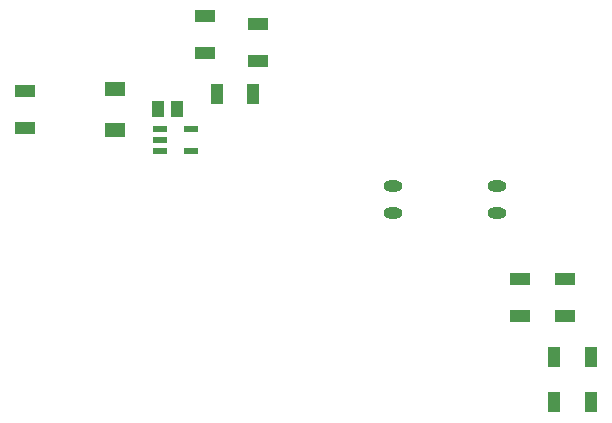
<source format=gbr>
%TF.GenerationSoftware,KiCad,Pcbnew,8.0.0*%
%TF.CreationDate,2024-04-17T18:36:44+02:00*%
%TF.ProjectId,Inverter_Voltage Sensor,496e7665-7274-4657-925f-566f6c746167,rev?*%
%TF.SameCoordinates,Original*%
%TF.FileFunction,Paste,Top*%
%TF.FilePolarity,Positive*%
%FSLAX46Y46*%
G04 Gerber Fmt 4.6, Leading zero omitted, Abs format (unit mm)*
G04 Created by KiCad (PCBNEW 8.0.0) date 2024-04-17 18:36:44*
%MOMM*%
%LPD*%
G01*
G04 APERTURE LIST*
%ADD10R,1.700000X1.300000*%
%ADD11O,1.600000X0.950000*%
%ADD12R,1.150000X0.600000*%
%ADD13R,1.800000X1.050000*%
%ADD14R,1.050000X1.800000*%
%ADD15R,1.070000X1.470000*%
G04 APERTURE END LIST*
D10*
%TO.C,Z1*%
X88900000Y-72870000D03*
X88900000Y-69370000D03*
%TD*%
D11*
%TO.C,K1*%
X112440000Y-77597000D03*
X112440000Y-79883000D03*
X121240000Y-79883000D03*
X121240000Y-77597000D03*
%TD*%
D12*
%TO.C,CP1*%
X92680000Y-72710000D03*
X92680000Y-73660000D03*
X92680000Y-74610000D03*
X95280000Y-74610000D03*
X95280000Y-72710000D03*
%TD*%
D13*
%TO.C,R3*%
X100965000Y-66955000D03*
X100965000Y-63855000D03*
%TD*%
%TO.C,R7*%
X123190000Y-85445000D03*
X123190000Y-88545000D03*
%TD*%
D14*
%TO.C,R9*%
X126085000Y-95885000D03*
X129185000Y-95885000D03*
%TD*%
D13*
%TO.C,R2*%
X96520000Y-66320000D03*
X96520000Y-63220000D03*
%TD*%
D14*
%TO.C,R4*%
X126085000Y-92075000D03*
X129185000Y-92075000D03*
%TD*%
D13*
%TO.C,R5*%
X81280000Y-69570000D03*
X81280000Y-72670000D03*
%TD*%
D14*
%TO.C,R6*%
X100585212Y-69799441D03*
X97485212Y-69799441D03*
%TD*%
D15*
%TO.C,C1*%
X92507966Y-71013855D03*
X94147966Y-71013855D03*
%TD*%
D13*
%TO.C,R8*%
X127000000Y-88545000D03*
X127000000Y-85445000D03*
%TD*%
M02*

</source>
